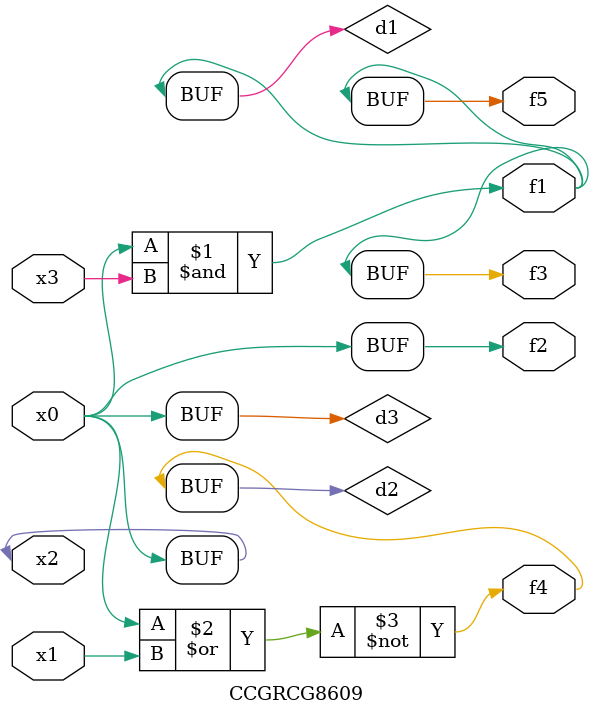
<source format=v>
module CCGRCG8609(
	input x0, x1, x2, x3,
	output f1, f2, f3, f4, f5
);

	wire d1, d2, d3;

	and (d1, x2, x3);
	nor (d2, x0, x1);
	buf (d3, x0, x2);
	assign f1 = d1;
	assign f2 = d3;
	assign f3 = d1;
	assign f4 = d2;
	assign f5 = d1;
endmodule

</source>
